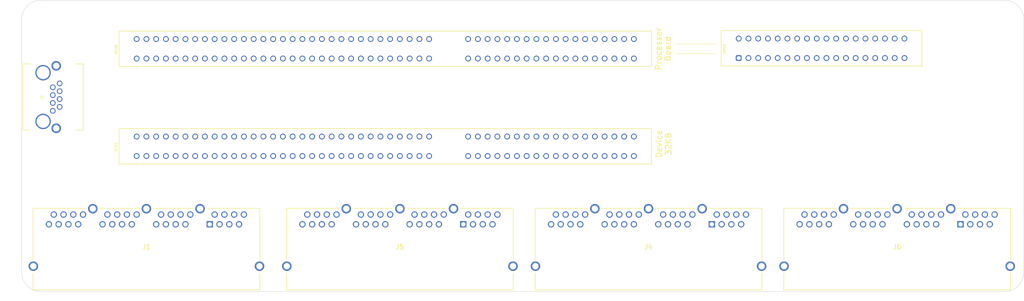
<source format=kicad_pcb>
(kicad_pcb (version 20240108) (generator "pcbnew") (generator_version "8.0")
  (title_block (title "Mainboard Small") (date "2025-01-09") (rev "V0"))
  (layers (0 "F.Cu" signal) (31 "B.Cu" signal) (36 "B.SilkS" user "B.Silkscreen") (37 "F.SilkS" user "F.Silkscreen") (38 "B.Mask" user) (39 "F.Mask" user) (44 "Edge.Cuts" user))
  (net 0 "")
  (net 1 "/GND")
  (net 2 "/MPU1_{M}")
  (net 3 "/MPU0_{M}")
  (net 4 "/~{Main Access}_{M0}")
  (net 5 "/5V_{OUT3}")
  (net 6 "/~{Select}_{Device}19")
  (net 7 "/~{Select}_{Device}18")
  (net 8 "/~{Select}_{Device}17")
  (net 9 "/~{Select}_{Device}7")
  (net 10 "/~{Select}_{Device}6")
  (net 11 "/~{Select}_{Device}5")
  (net 12 "/~{Select}_{Device}4")
  (net 13 "/D7_{M}")
  (net 14 "/~{Reset}")
  (net 15 "/5V_{OUT1}")
  (net 16 "/5V_{OUT2}")
  (net 17 "/5V_{OUT4}")
  (net 19 "/D6_{M}")
  (net 20 "/D5_{M}")
  (net 21 "/D4_{M}")
  (net 22 "/D3_{M}")
  (net 23 "/D2_{M}")
  (net 24 "/D1_{M}")
  (net 25 "/CLK_{M0}")
  (net 26 "/D0_{M}")
  (net 27 "/~{RD}_{M}")
  (net 28 "/12V")
  (net 29 "/~{Select}_{Device}1")
  (net 30 "/~{Select}_{Device}2")
  (net 31 "/~{Select}_{Device}3")
  (net 32 "/~{WD}_{M}")
  (net 33 "/A5_{M}")
  (net 34 "/A4_{M}")
  (net 35 "/A3_{M}")
  (net 36 "/A2_{M}")
  (net 37 "/A1_{M}")
  (net 38 "/A0_{M}")
  (net 39 "/A23_{M}")
  (net 40 "/A22_{M}")
  (net 41 "/A21_{M}")
  (net 42 "/A20_{M}")
  (net 43 "/A19_{M}")
  (net 44 "/A18_{M}")
  (net 45 "/A17_{M}")
  (net 47 "/A16_{M}")
  (net 48 "/A15_{M}")
  (net 49 "/A14_{M}")
  (net 50 "/A13_{M}")
  (net 51 "/A12_{M}")
  (net 52 "/A11_{M}")
  (net 53 "/A10_{M}")
  (net 54 "/A9_{M}")
  (net 55 "/A8_{M}")
  (net 56 "/A7_{M}")
  (net 57 "/A6_{M}")
  (net 59 "/~{Memory Hi}_{ Device}")
  (net 60 "/~{Memory Lo}_{ Device}")
  (net 61 "/~{Select}_{Device}16")
  (net 62 "/~{Reset}_{Device}1")
  (net 63 "/~{Interrupt}_{Device}1")
  (net 64 "/~{Enable}_{Device}1")
  (net 65 "/~{Reset}_{Device}2")
  (net 66 "/~{Interrupt}_{Device}2")
  (net 67 "/~{Interrupt}_{Device}19")
  (net 68 "/~{Interrupt}_{Device}18")
  (net 69 "/~{Enable}_{Device}2")
  (net 70 "/~{Reset}_{Device}3")
  (net 71 "/~{Interrupt}_{Device}3")
  (net 72 "/~{Enable}_{Device}3")
  (net 73 "/~{Reset}_{Device}16")
  (net 74 "/~{Interrupt}_{Device}16")
  (net 75 "/~{Enable}_{Device}16")
  (net 76 "/~{Reset}_{Device}19")
  (net 77 "/~{Interrupt}_{Device}17")
  (net 78 "/~{Reset}_{Device}18")
  (net 79 "/~{Reset}_{Device}17")
  (net 80 "/~{Interrupt}_{Device}7")
  (net 81 "/~{Interrupt}_{Device}6")
  (net 82 "/~{Reset}_{Device}7")
  (net 83 "/~{Interrupt}_{Device}5")
  (net 84 "/~{Reset}_{Device}6")
  (net 85 "/H0_{D}")
  (net 86 "/H1_{D}")
  (net 87 "/H2_{D}")
  (net 88 "/D7_{D}")
  (net 89 "/D6_{D}")
  (net 90 "/D5_{D}")
  (net 91 "/D4_{D}")
  (net 92 "/D3_{D}")
  (net 93 "/D2_{D}")
  (net 94 "/D1_{D}")
  (net 95 "/D0_{D}")
  (net 96 "/~{WD}_{D}")
  (net 97 "/~{RD}_{D}")
  (net 98 "/CLK_{D}")
  (net 99 "/A16_{D}")
  (net 100 "/A0_{D}")
  (net 101 "/A1_{D}")
  (net 102 "/A2_{D}")
  (net 103 "/A3_{D}")
  (net 104 "/A4_{D}")
  (net 105 "/A5_{D}")
  (net 106 "/A6_{D}")
  (net 107 "/A7_{D}")
  (net 108 "/A8_{D}")
  (net 109 "/A9_{D}")
  (net 110 "/A10_{D}")
  (net 111 "/A11_{D}")
  (net 112 "/A12_{D}")
  (net 113 "/A13_{D}")
  (net 114 "/A14_{D}")
  (net 115 "/A15_{D}")
  (net 116 "/~{Interrupt}_{Device}4")
  (net 117 "/~{Reset}_{Device}5")
  (net 118 "/~{Reset}_{Device}4")
  (net 119 "/~{Enable}_{Device}19")
  (net 120 "/~{Enable}_{Device}5")
  (net 121 "/~{Enable}_{Device}18")
  (net 122 "/~{Enable}_{Device}4")
  (net 123 "/~{Enable}_{Device}17")
  (net 124 "/~{Enable}_{Device}7")
  (net 125 "/~{Enable}_{Device}6")
  (net 126 "/~{CLK}_{D}")
  (net 127 "/~{Main} MPU")
  (net 128 "/~{NMI}_{1}")
  (net 129 "/~{NMI}_{2}")
  (net 130 "/~{ABORT}")
  (net 131 "/Native Latch")
  (net 132 "/~{Device}")
  (net 133 "/Kernal")
  (net 134 "/~{Main}3")
  (footprint "SamacSys_Parts:255308437" (layer "F.Cu") (at 202.565 30.353 90)
    (property "Reference" "MPD0")
    (property "Value" "2-5530843-7" (hide yes))
  )
  (footprint "SamacSys_Parts:63391672" (layer "F.Cu") (at 130.81 73.66)
    (property "Reference" "J5")
    (property "Value" "6339167-2" (hide yes))
  )
  (footprint "SamacSys_Parts:63391672" (layer "F.Cu") (at 260.35 73.66)
    (property "Reference" "J6")
    (property "Value" "6339167-2" (hide yes))
  )
  (footprint "SamacSys_Parts:63391672" (layer "F.Cu") (at 64.77 73.66)
    (property "Reference" "J1")
    (property "Value" "6339167-2" (hide yes))
  )
  (footprint "SamacSys_Parts:1-406541-1_1" (layer "F.Cu") (at 16.055 31.88 -90)
    (property "Reference" "J2")
    (property "Value" "1-406541-1" (hide yes))
  )
  (footprint "SamacSys_Parts:395098520350" (layer "F.Cu") (at 45.72 55.88 90)
    (property "Reference" "DEV3")
    (property "Value" "395-098-520-350" (hide yes))
  )
  (footprint "SamacSys_Parts:395098520350" (layer "F.Cu") (at 45.72 30.48 90)
    (property "Reference" "MPU0")
    (property "Value" "395-098-520-350" (hide yes))
  )
  (footprint "SamacSys_Parts:63391672" (layer "F.Cu") (at 195.58 73.66)
    (property "Reference" "J4")
    (property "Value" "6339167-2" (hide yes))
  )
  (gr_line (start 186.055 29.21) (end 196.469 29.21) (stroke (width 0.15)) (layer "F.SilkS"))
  (gr_line (start 186.055 26.67) (end 196.469 26.67) (stroke (width 0.15)) (layer "F.SilkS"))
  (gr_arc (start 271.78 15.28) (mid 275.372102 16.767898) (end 276.86 20.36) (stroke (width 0.1)) (layer "Edge.Cuts"))
  (gr_line (start 271.779999 91.186001) (end 20.828 91.186) (stroke (width 0.1)) (layer "Edge.Cuts"))
  (gr_line (start 276.859999 86.106001) (end 276.86 20.36) (stroke (width 0.1)) (layer "Edge.Cuts"))
  (gr_line (start 271.78 15.28) (end 20.828002 15.28) (stroke (width 0.1)) (layer "Edge.Cuts"))
  (gr_line (start 15.748 86.106) (end 15.748002 20.36) (stroke (width 0.1)) (layer "Edge.Cuts"))
  (gr_arc (start 276.859999 86.106001) (mid 275.372101 89.698103) (end 271.779999 91.186001) (stroke (width 0.1)) (layer "Edge.Cuts"))
  (gr_arc (start 20.828 91.186) (mid 17.235896 89.698103) (end 15.748 86.106) (stroke (width 0.1)) (layer "Edge.Cuts"))
  (gr_arc (start 15.748002 20.36) (mid 17.2359 16.767898) (end 20.828002 15.28) (stroke (width 0.1)) (layer "Edge.Cuts"))
  (gr_text "Device\n32KB" (at 180.975 52.705 90) (layer "F.SilkS") (effects (font (size 1.5 1.5) (thickness 0.3) (bold yes)) (justify top)))
  (gr_text "Processor\nBoard" (at 180.83 27.94 90) (layer "F.SilkS") (effects (font (size 1.5 1.5) (thickness 0.3) (bold yes)) (justify top)))
)
</source>
